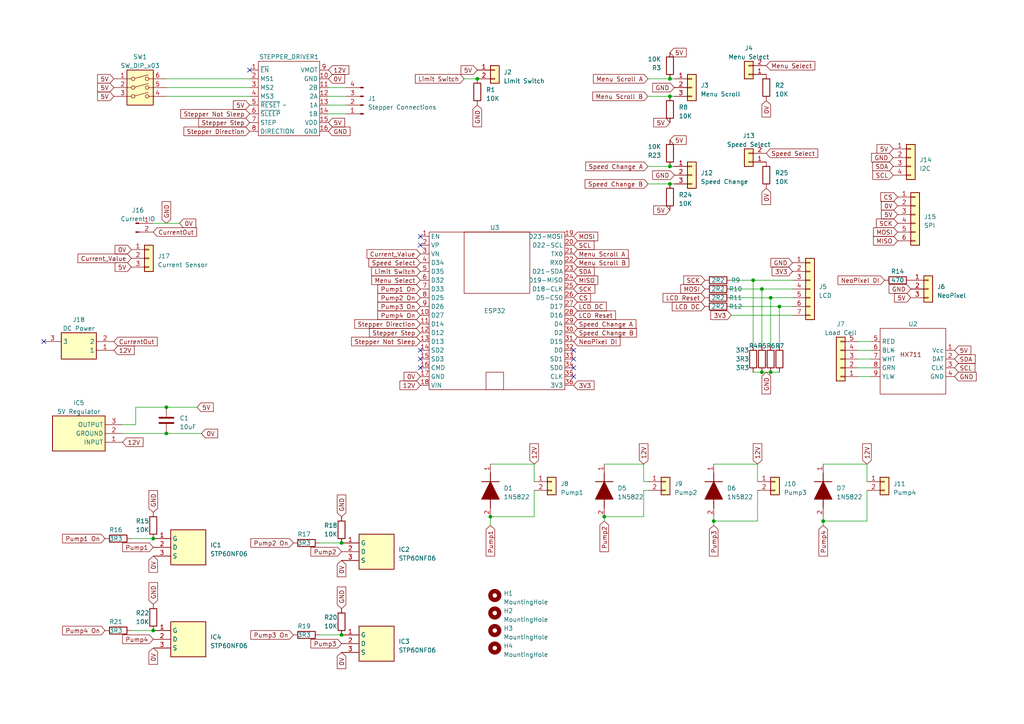
<source format=kicad_sch>
(kicad_sch (version 20230121) (generator eeschema)
  (paper "A4")
  (lib_symbols
    (symbol "A4988:A4988"
      (property "Reference" "STEPPER_DRIVER" (at 1.27 13.97 0))
      (symbol "A4988_1_1"
        (pin input line (at -10.16 10.16 0) (length 2.54) (name "~{EN}") (number "1"))
        (pin power_in line (at 12.7 7.62 180) (length 2.54) (name "GND") (number "10"))
        (pin power_out line (at 12.7 5.08 180) (length 2.54) (name "2B") (number "11"))
        (pin power_out line (at 12.7 2.54 180) (length 2.54) (name "2A") (number "12"))
        (pin power_out line (at 12.7 0 180) (length 2.54) (name "1A") (number "13"))
        (pin power_out line (at 12.7 -2.54 180) (length 2.54) (name "1B") (number "14"))
        (pin power_in line (at 12.7 -5.08 180) (length 2.54) (name "VDD") (number "15"))
        (pin power_in line (at 12.7 -7.62 180) (length 2.54) (name "GND") (number "16"))
        (pin input line (at -10.16 7.62 0) (length 2.54) (name "MS1") (number "2"))
        (pin input line (at -10.16 5.08 0) (length 2.54) (name "MS2") (number "3"))
        (pin input line (at -10.16 2.54 0) (length 2.54) (name "MS3") (number "4"))
        (pin input line (at -10.16 0 0) (length 2.54) (name "~{RESET}") (number "5"))
        (pin input line (at -10.16 -2.54 0) (length 2.54) (name "~{SLEEP}") (number "6"))
        (pin input line (at -10.16 -5.08 0) (length 2.54) (name "STEP") (number "7"))
        (pin input line (at -10.16 -7.62 0) (length 2.54) (name "DIRECTION") (number "8"))
        (pin power_in line (at 12.7 10.16 180) (length 2.54) (name "VMOT") (number "9"))
      )
    )
    (symbol "Connector:Conn_01x02_Pin" (pin_names (offset 1.016) hide)
      (property "Reference" "J" (at 0 2.54 0))
      (property "Value" "Conn_01x02_Pin" (at 0 -5.08 0))
      (symbol "Conn_01x02_Pin_1_1"
        (pin passive line (at 5.08 0 180) (length 3.81) (name "Pin_1") (number "1"))
        (pin passive line (at 5.08 -2.54 180) (length 3.81) (name "Pin_2") (number "2"))
      )
    )
    (symbol "Connector:Conn_01x04_Pin" (pin_names (offset 1.016) hide)
      (property "Reference" "J" (at 0 5.08 0))
      (property "Value" "Conn_01x04_Pin" (at 0 -7.62 0))
      (symbol "Conn_01x04_Pin_1_1"
        (pin passive line (at 5.08 2.54 180) (length 3.81) (name "Pin_1") (number "1"))
        (pin passive line (at 5.08 0 180) (length 3.81) (name "Pin_2") (number "2"))
        (pin passive line (at 5.08 -2.54 180) (length 3.81) (name "Pin_3") (number "3"))
        (pin passive line (at 5.08 -5.08 180) (length 3.81) (name "Pin_4") (number "4"))
      )
    )
    (symbol "Connector_Generic:Conn_01x02" (pin_names (offset 1.016) hide)
      (property "Reference" "J" (at 0 2.54 0))
      (property "Value" "Conn_01x02" (at 0 -5.08 0))
      (symbol "Conn_01x02_1_1"
        (pin passive line (at -5.08 0 0) (length 3.81) (name "Pin_1") (number "1"))
        (pin passive line (at -5.08 -2.54 0) (length 3.81) (name "Pin_2") (number "2"))
      )
    )
    (symbol "Connector_Generic:Conn_01x03" (pin_names (offset 1.016) hide)
      (property "Reference" "J" (at 0 5.08 0))
      (property "Value" "Conn_01x03" (at 0 -5.08 0))
      (symbol "Conn_01x03_1_1"
        (pin passive line (at -5.08 2.54 0) (length 3.81) (name "Pin_1") (number "1"))
        (pin passive line (at -5.08 0 0) (length 3.81) (name "Pin_2") (number "2"))
        (pin passive line (at -5.08 -2.54 0) (length 3.81) (name "Pin_3") (number "3"))
      )
    )
    (symbol "Connector_Generic:Conn_01x04" (pin_names (offset 1.016) hide)
      (property "Reference" "J" (at 0 5.08 0))
      (property "Value" "Conn_01x04" (at 0 -7.62 0))
      (symbol "Conn_01x04_1_1"
        (pin passive line (at -5.08 2.54 0) (length 3.81) (name "Pin_1") (number "1"))
        (pin passive line (at -5.08 0 0) (length 3.81) (name "Pin_2") (number "2"))
        (pin passive line (at -5.08 -2.54 0) (length 3.81) (name "Pin_3") (number "3"))
        (pin passive line (at -5.08 -5.08 0) (length 3.81) (name "Pin_4") (number "4"))
      )
    )
    (symbol "Connector_Generic:Conn_01x05" (pin_names (offset 1.016) hide)
      (property "Reference" "J" (at 0 7.62 0))
      (property "Value" "Conn_01x05" (at 0 -7.62 0))
      (symbol "Conn_01x05_1_1"
        (pin passive line (at -5.08 5.08 0) (length 3.81) (name "Pin_1") (number "1"))
        (pin passive line (at -5.08 2.54 0) (length 3.81) (name "Pin_2") (number "2"))
        (pin passive line (at -5.08 0 0) (length 3.81) (name "Pin_3") (number "3"))
        (pin passive line (at -5.08 -2.54 0) (length 3.81) (name "Pin_4") (number "4"))
        (pin passive line (at -5.08 -5.08 0) (length 3.81) (name "Pin_5") (number "5"))
      )
    )
    (symbol "Connector_Generic:Conn_01x06" (pin_names (offset 1.016) hide)
      (property "Reference" "J" (at 0 7.62 0))
      (property "Value" "Conn_01x06" (at 0 -10.16 0))
      (symbol "Conn_01x06_1_1"
        (pin passive line (at -5.08 5.08 0) (length 3.81) (name "Pin_1") (number "1"))
        (pin passive line (at -5.08 2.54 0) (length 3.81) (name "Pin_2") (number "2"))
        (pin passive line (at -5.08 0 0) (length 3.81) (name "Pin_3") (number "3"))
        (pin passive line (at -5.08 -2.54 0) (length 3.81) (name "Pin_4") (number "4"))
        (pin passive line (at -5.08 -5.08 0) (length 3.81) (name "Pin_5") (number "5"))
        (pin passive line (at -5.08 -7.62 0) (length 3.81) (name "Pin_6") (number "6"))
      )
    )
    (symbol "Connector_Generic:Conn_01x07" (pin_names (offset 1.016) hide)
      (property "Reference" "J" (at 0 10.16 0))
      (property "Value" "Conn_01x07" (at 0 -10.16 0))
      (symbol "Conn_01x07_1_1"
        (pin passive line (at -5.08 7.62 0) (length 3.81) (name "Pin_1") (number "1"))
        (pin passive line (at -5.08 5.08 0) (length 3.81) (name "Pin_2") (number "2"))
        (pin passive line (at -5.08 2.54 0) (length 3.81) (name "Pin_3") (number "3"))
        (pin passive line (at -5.08 0 0) (length 3.81) (name "Pin_4") (number "4"))
        (pin passive line (at -5.08 -2.54 0) (length 3.81) (name "Pin_5") (number "5"))
        (pin passive line (at -5.08 -5.08 0) (length 3.81) (name "Pin_6") (number "6"))
        (pin passive line (at -5.08 -7.62 0) (length 3.81) (name "Pin_7") (number "7"))
      )
    )
    (symbol "Device:C" (pin_numbers hide) (pin_names (offset 0.254))
      (property "Reference" "C" (at 0.635 2.54 0))
      (property "Value" "C" (at 0.635 -2.54 0))
      (symbol "C_1_1"
        (pin passive line (at 0 3.81 270) (length 2.794) (name "~") (number "1"))
        (pin passive line (at 0 -3.81 90) (length 2.794) (name "~") (number "2"))
      )
    )
    (symbol "Device:R" (pin_numbers hide) (pin_names (offset 0))
      (property "Reference" "R" (at 2.032 0 90))
      (property "Value" "R" (at 0 0 90))
      (symbol "R_1_1"
        (pin passive line (at 0 3.81 270) (length 1.27) (name "~") (number "1"))
        (pin passive line (at 0 -3.81 90) (length 1.27) (name "~") (number "2"))
      )
    )
    (symbol "HX711_symbol:HX711_symb"
      (property "Reference" "U" (at 5.08 2.54 0))
      (symbol "HX711_symb_1_1"
        (text "HX711\n" (at 5.08 -1.27 0) (effects (font (size 1.27 1.27))))
        (pin input line (at 17.78 0 180) (length 2.54) (name "Vcc") (number "1"))
        (pin input line (at 17.78 -2.54 180) (length 2.54) (name "DAT") (number "2"))
        (pin input line (at 17.78 -5.08 180) (length 2.54) (name "CLK") (number "3"))
        (pin input line (at 17.78 -7.62 180) (length 2.54) (name "GND") (number "4"))
        (pin input line (at -6.35 2.54 0) (length 2.54) (name "RED") (number "5"))
        (pin input line (at -6.35 0 0) (length 2.54) (name "BLK") (number "6"))
        (pin input line (at -6.35 -2.54 0) (length 2.54) (name "WHT") (number "7"))
        (pin input line (at -6.35 -5.08 0) (length 2.54) (name "GRN") (number "8"))
        (pin input line (at -6.35 -7.62 0) (length 2.54) (name "YLW") (number "9"))
      )
    )
    (symbol "Mechanical:MountingHole" (pin_names (offset 1.016))
      (property "Reference" "H" (at 0 5.08 0))
      (property "Value" "MountingHole" (at 0 3.175 0))
    )
    (symbol "Microcontrollers:DOIT_ESP32_DEVKIT"
      (property "Reference" "U" (at 0 0 0))
      (symbol "DOIT_ESP32_DEVKIT_1_1"
        (pin input line (at -21.59 21.59 0) (length 2.54) (name "EN") (number "1"))
        (pin input line (at -21.59 -1.27 0) (length 2.54) (name "D27") (number "10"))
        (pin input line (at -21.59 -3.81 0) (length 2.54) (name "D14") (number "11"))
        (pin input line (at -21.59 -6.35 0) (length 2.54) (name "D12") (number "12"))
        (pin input line (at -21.59 -8.89 0) (length 2.54) (name "D13") (number "13"))
        (pin input line (at -21.59 -11.43 0) (length 2.54) (name "SD2") (number "14"))
        (pin input line (at -21.59 -13.97 0) (length 2.54) (name "SD3") (number "15"))
        (pin input line (at -21.59 -16.51 0) (length 2.54) (name "CMD") (number "16"))
        (pin bidirectional line (at -21.59 -19.05 0) (length 2.54) (name "GND") (number "17"))
        (pin power_in line (at -21.59 -21.59 0) (length 2.54) (name "VIN") (number "18"))
        (pin input line (at 22.86 21.59 180) (length 2.54) (name "D23-MOSI") (number "19"))
        (pin input line (at -21.59 19.05 0) (length 2.54) (name "VP") (number "2"))
        (pin input line (at 22.86 19.05 180) (length 2.54) (name "D22-SCL") (number "20"))
        (pin input line (at 22.86 16.51 180) (length 2.54) (name "TX0") (number "21"))
        (pin input line (at 22.86 13.97 180) (length 2.54) (name "RX0") (number "22"))
        (pin input line (at 22.86 11.43 180) (length 2.54) (name "D21-SDA") (number "23"))
        (pin input line (at 22.86 8.89 180) (length 2.54) (name "D19-MISO") (number "24"))
        (pin input line (at 22.86 6.35 180) (length 2.54) (name "D18-CLK") (number "25"))
        (pin input line (at 22.86 3.81 180) (length 2.54) (name "D5-CS0") (number "26"))
        (pin input line (at 22.86 1.27 180) (length 2.54) (name "D17") (number "27"))
        (pin input line (at 22.86 -1.27 180) (length 2.54) (name "D16") (number "28"))
        (pin input line (at 22.86 -3.81 180) (length 2.54) (name "D4") (number "29"))
        (pin input line (at -21.59 16.51 0) (length 2.54) (name "VN") (number "3"))
        (pin input line (at 22.86 -6.35 180) (length 2.54) (name "D2") (number "30"))
        (pin input line (at 22.86 -8.89 180) (length 2.54) (name "D15") (number "31"))
        (pin input line (at 22.86 -11.43 180) (length 2.54) (name "D0") (number "32"))
        (pin input line (at 22.86 -13.97 180) (length 2.54) (name "SD1") (number "33"))
        (pin input line (at 22.86 -16.51 180) (length 2.54) (name "SD0") (number "34"))
        (pin input line (at 22.86 -19.05 180) (length 2.54) (name "CLK") (number "35"))
        (pin power_out line (at 22.86 -21.59 180) (length 2.54) (name "3V3") (number "36"))
        (pin input line (at -21.59 13.97 0) (length 2.54) (name "D34") (number "4"))
        (pin input line (at -21.59 11.43 0) (length 2.54) (name "D35") (number "5"))
        (pin input line (at -21.59 8.89 0) (length 2.54) (name "D32") (number "6"))
        (pin input line (at -21.59 6.35 0) (length 2.54) (name "D33") (number "7"))
        (pin input line (at -21.59 3.81 0) (length 2.54) (name "D25") (number "8"))
        (pin input line (at -21.59 1.27 0) (length 2.54) (name "D26") (number "9"))
      )
    )
    (symbol "SamacSys_Parts:1N5822" (pin_names hide)
      (property "Reference" "D" (at 11.43 5.08 0))
      (property "Value" "1N5822" (at 11.43 2.54 0))
      (symbol "1N5822_1_1"
        (pin passive line (at 0 0 0) (length 2.54) (name "K") (number "1"))
        (pin passive line (at 15.24 0 180) (length 2.54) (name "A") (number "2"))
      )
    )
    (symbol "SamacSys_Parts:LM340T-5.0"
      (property "Reference" "IC" (at 21.59 7.62 0))
      (property "Value" "LM340T-5.0" (at 21.59 5.08 0))
      (symbol "LM340T-5.0_1_1"
        (pin passive line (at 0 0 0) (length 5.08) (name "INPUT") (number "1"))
        (pin passive line (at 0 -2.54 0) (length 5.08) (name "GROUND") (number "2"))
        (pin passive line (at 0 -5.08 0) (length 5.08) (name "OUTPUT") (number "3"))
      )
    )
    (symbol "SamacSys_Parts:PJ-102AH"
      (property "Reference" "J" (at 16.51 7.62 0))
      (property "Value" "PJ-102AH" (at 16.51 5.08 0))
      (symbol "PJ-102AH_1_1"
        (pin passive line (at 20.32 -2.54 180) (length 5.08) (name "1") (number "1"))
        (pin passive line (at 20.32 0 180) (length 5.08) (name "2") (number "2"))
        (pin passive line (at 0 0 0) (length 5.08) (name "3") (number "3"))
      )
    )
    (symbol "SamacSys_Parts:STP60NF06"
      (property "Reference" "IC" (at 16.51 7.62 0))
      (property "Value" "STP60NF06" (at 16.51 5.08 0))
      (symbol "STP60NF06_1_1"
        (pin passive line (at 0 0 0) (length 5.08) (name "G") (number "1"))
        (pin passive line (at 0 -2.54 0) (length 5.08) (name "D") (number "2"))
        (pin passive line (at 0 -5.08 0) (length 5.08) (name "S") (number "3"))
      )
    )
    (symbol "Switch:SW_DIP_x03" (pin_names (offset 0) hide)
      (property "Reference" "SW" (at 0 8.89 0))
      (property "Value" "SW_DIP_x03" (at 0 -3.81 0))
      (symbol "SW_DIP_x03_1_1"
        (pin passive line (at -7.62 5.08 0) (length 5.08) (name "~") (number "1"))
        (pin passive line (at -7.62 2.54 0) (length 5.08) (name "~") (number "2"))
        (pin passive line (at -7.62 0 0) (length 5.08) (name "~") (number "3"))
        (pin passive line (at 7.62 0 180) (length 5.08) (name "~") (number "4"))
        (pin passive line (at 7.62 2.54 180) (length 5.08) (name "~") (number "5"))
        (pin passive line (at 7.62 5.08 180) (length 5.08) (name "~") (number "6"))
      )
    )
  )
  (junction (at 194.31 48.26))
  (junction (at 99.06 184.15))
  (junction (at 194.31 53.34))
  (junction (at 48.26 125.73))
  (junction (at 44.45 156.21))
  (junction (at 99.06 157.48))
  (junction (at 44.45 182.88))
  (junction (at 194.31 27.94))
  (junction (at 223.52 107.95))
  (junction (at 220.98 83.82))
  (junction (at 220.98 107.95))
  (junction (at 223.52 86.36))
  (junction (at 226.06 88.9))
  (junction (at 48.26 118.11))
  (junction (at 207.01 151.13))
  (junction (at 138.43 22.86))
  (junction (at 238.76 151.13))
  (junction (at 218.44 81.28))
  (junction (at 142.24 149.86))
  (junction (at 194.31 22.86))
  (junction (at 175.26 149.86))
  (no_connect (at 166.37 106.68))
  (no_connect (at 121.92 101.6))
  (no_connect (at 166.37 109.22))
  (no_connect (at 121.92 68.58))
  (no_connect (at 12.7 99.06))
  (no_connect (at 166.37 101.6))
  (no_connect (at 121.92 106.68))
  (no_connect (at 121.92 71.12))
  (no_connect (at 166.37 104.14))
  (no_connect (at 72.39 20.32))
  (no_connect (at 121.92 104.14))
  (wire (pts (xy 142.24 152.4) (xy 142.24 149.86)))
  (wire (pts (xy 142.24 134.62) (xy 154.94 134.62)))
  (wire (pts (xy 48.26 125.73) (xy 58.42 125.73)))
  (wire (pts (xy 38.1 182.88) (xy 44.45 182.88)))
  (wire (pts (xy 48.26 27.94) (xy 72.39 27.94)))
  (wire (pts (xy 238.76 134.62) (xy 251.46 134.62)))
  (wire (pts (xy 134.62 22.86) (xy 138.43 22.86)))
  (wire (pts (xy 39.37 118.11) (xy 39.37 123.19)))
  (wire (pts (xy 92.71 157.48) (xy 99.06 157.48)))
  (wire (pts (xy 248.92 101.6) (xy 252.73 101.6)))
  (wire (pts (xy 251.46 134.62) (xy 251.46 139.7)))
  (wire (pts (xy 175.26 151.13) (xy 175.26 149.86)))
  (wire (pts (xy 251.46 142.24) (xy 251.46 151.13)))
  (wire (pts (xy 212.09 83.82) (xy 220.98 83.82)))
  (wire (pts (xy 248.92 106.68) (xy 252.73 106.68)))
  (wire (pts (xy 187.96 27.94) (xy 194.31 27.94)))
  (wire (pts (xy 212.09 88.9) (xy 226.06 88.9)))
  (wire (pts (xy 194.31 22.86) (xy 195.58 22.86)))
  (wire (pts (xy 207.01 152.4) (xy 207.01 151.13)))
  (wire (pts (xy 186.69 142.24) (xy 187.96 142.24)))
  (wire (pts (xy 194.31 48.26) (xy 195.58 48.26)))
  (wire (pts (xy 142.24 149.86) (xy 154.94 149.86)))
  (wire (pts (xy 154.94 142.24) (xy 154.94 149.86)))
  (wire (pts (xy 175.26 134.62) (xy 186.69 134.62)))
  (wire (pts (xy 223.52 107.95) (xy 226.06 107.95)))
  (wire (pts (xy 186.69 149.86) (xy 175.26 149.86)))
  (wire (pts (xy 186.69 134.62) (xy 186.69 139.7)))
  (wire (pts (xy 219.71 134.62) (xy 219.71 139.7)))
  (wire (pts (xy 248.92 104.14) (xy 252.73 104.14)))
  (wire (pts (xy 194.31 53.34) (xy 195.58 53.34)))
  (wire (pts (xy 207.01 134.62) (xy 219.71 134.62)))
  (wire (pts (xy 218.44 107.95) (xy 220.98 107.95)))
  (wire (pts (xy 95.25 25.4) (xy 100.33 25.4)))
  (wire (pts (xy 207.01 151.13) (xy 207.01 149.86)))
  (wire (pts (xy 248.92 99.06) (xy 252.73 99.06)))
  (wire (pts (xy 223.52 86.36) (xy 223.52 100.33)))
  (wire (pts (xy 219.71 151.13) (xy 207.01 151.13)))
  (wire (pts (xy 220.98 83.82) (xy 229.87 83.82)))
  (wire (pts (xy 154.94 134.62) (xy 154.94 139.7)))
  (wire (pts (xy 187.96 22.86) (xy 194.31 22.86)))
  (wire (pts (xy 187.96 48.26) (xy 194.31 48.26)))
  (wire (pts (xy 39.37 123.19) (xy 35.56 123.19)))
  (wire (pts (xy 38.1 156.21) (xy 44.45 156.21)))
  (wire (pts (xy 92.71 184.15) (xy 99.06 184.15)))
  (wire (pts (xy 226.06 88.9) (xy 226.06 100.33)))
  (wire (pts (xy 238.76 151.13) (xy 238.76 149.86)))
  (wire (pts (xy 194.31 27.94) (xy 195.58 27.94)))
  (wire (pts (xy 248.92 109.22) (xy 252.73 109.22)))
  (wire (pts (xy 223.52 86.36) (xy 229.87 86.36)))
  (wire (pts (xy 220.98 107.95) (xy 223.52 107.95)))
  (wire (pts (xy 218.44 81.28) (xy 218.44 100.33)))
  (wire (pts (xy 95.25 33.02) (xy 100.33 33.02)))
  (wire (pts (xy 39.37 118.11) (xy 48.26 118.11)))
  (wire (pts (xy 48.26 118.11) (xy 57.15 118.11)))
  (wire (pts (xy 212.09 86.36) (xy 223.52 86.36)))
  (wire (pts (xy 218.44 81.28) (xy 229.87 81.28)))
  (wire (pts (xy 251.46 151.13) (xy 238.76 151.13)))
  (wire (pts (xy 226.06 88.9) (xy 229.87 88.9)))
  (wire (pts (xy 220.98 83.82) (xy 220.98 100.33)))
  (wire (pts (xy 238.76 152.4) (xy 238.76 151.13)))
  (wire (pts (xy 52.07 64.77) (xy 44.45 64.77)))
  (wire (pts (xy 48.26 22.86) (xy 72.39 22.86)))
  (wire (pts (xy 187.96 53.34) (xy 194.31 53.34)))
  (wire (pts (xy 95.25 30.48) (xy 100.33 30.48)))
  (wire (pts (xy 35.56 125.73) (xy 48.26 125.73)))
  (wire (pts (xy 186.69 139.7) (xy 187.96 139.7)))
  (wire (pts (xy 186.69 142.24) (xy 186.69 149.86)))
  (wire (pts (xy 219.71 142.24) (xy 219.71 151.13)))
  (wire (pts (xy 212.09 81.28) (xy 218.44 81.28)))
  (wire (pts (xy 48.26 25.4) (xy 72.39 25.4)))
  (wire (pts (xy 95.25 27.94) (xy 100.33 27.94)))
  (wire (pts (xy 212.09 91.44) (xy 229.87 91.44)))
  (global_label "SDA" (shape input) (at 166.37 78.74 0) (property "Intersheetrefs" "${INTERSHEET_REFS}" (effects hide)))
  (global_label "Menu Scroll A" (shape input) (at 166.37 73.66 0) (property "Intersheetrefs" "${INTERSHEET_REFS}" (effects hide)))
  (global_label "12V" (shape input) (at 121.92 111.76 180) (property "Intersheetrefs" "${INTERSHEET_REFS}" (effects hide)))
  (global_label "12V" (shape input) (at 219.71 134.62 90) (property "Intersheetrefs" "${INTERSHEET_REFS}" (effects hide)))
  (global_label "Pump4" (shape input) (at 44.45 185.42 180) (property "Intersheetrefs" "${INTERSHEET_REFS}" (effects hide)))
  (global_label "CS" (shape input) (at 260.35 57.15 180) (property "Intersheetrefs" "${INTERSHEET_REFS}" (effects hide)))
  (global_label "Stepper Direction" (shape input) (at 72.39 38.1 180) (property "Intersheetrefs" "${INTERSHEET_REFS}" (effects hide)))
  (global_label "Pump3 On" (shape input) (at 85.09 184.15 180) (property "Intersheetrefs" "${INTERSHEET_REFS}" (effects hide)))
  (global_label "3V3" (shape input) (at 229.87 78.74 180) (property "Intersheetrefs" "${INTERSHEET_REFS}" (effects hide)))
  (global_label "Pump2" (shape input) (at 175.26 151.13 270) (property "Intersheetrefs" "${INTERSHEET_REFS}" (effects hide)))
  (global_label "12V" (shape input) (at 251.46 134.62 90) (property "Intersheetrefs" "${INTERSHEET_REFS}" (effects hide)))
  (global_label "SCK" (shape input) (at 260.35 64.77 180) (property "Intersheetrefs" "${INTERSHEET_REFS}" (effects hide)))
  (global_label "GND" (shape input) (at 99.06 149.86 90) (property "Intersheetrefs" "${INTERSHEET_REFS}" (effects hide)))
  (global_label "Stepper Direction" (shape input) (at 121.92 93.98 180) (property "Intersheetrefs" "${INTERSHEET_REFS}" (effects hide)))
  (global_label "Limit Switch" (shape input) (at 121.92 78.74 180) (property "Intersheetrefs" "${INTERSHEET_REFS}" (effects hide)))
  (global_label "5V" (shape input) (at 95.25 35.56 0) (property "Intersheetrefs" "${INTERSHEET_REFS}" (effects hide)))
  (global_label "5V" (shape input) (at 194.31 15.24 0) (property "Intersheetrefs" "${INTERSHEET_REFS}" (effects hide)))
  (global_label "Speed Select" (shape input) (at 222.25 44.45 0) (property "Intersheetrefs" "${INTERSHEET_REFS}" (effects hide)))
  (global_label "3V3" (shape input) (at 212.09 91.44 180) (property "Intersheetrefs" "${INTERSHEET_REFS}" (effects hide)))
  (global_label "5V" (shape input) (at 138.43 20.32 180) (property "Intersheetrefs" "${INTERSHEET_REFS}" (effects hide)))
  (global_label "SCL" (shape input) (at 276.86 106.68 0) (property "Intersheetrefs" "${INTERSHEET_REFS}" (effects hide)))
  (global_label "MOSI" (shape input) (at 204.47 83.82 180) (property "Intersheetrefs" "${INTERSHEET_REFS}" (effects hide)))
  (global_label "GND" (shape input) (at 195.58 25.4 180) (property "Intersheetrefs" "${INTERSHEET_REFS}" (effects hide)))
  (global_label "CurrentOut" (shape input) (at 33.02 99.06 0) (property "Intersheetrefs" "${INTERSHEET_REFS}" (effects hide)))
  (global_label "Menu Select" (shape input) (at 222.25 19.05 0) (property "Intersheetrefs" "${INTERSHEET_REFS}" (effects hide)))
  (global_label "5V" (shape input) (at 33.02 27.94 180) (property "Intersheetrefs" "${INTERSHEET_REFS}" (effects hide)))
  (global_label "0V" (shape input) (at 99.06 189.23 270) (property "Intersheetrefs" "${INTERSHEET_REFS}" (effects hide)))
  (global_label "0V" (shape input) (at 260.35 59.69 180) (property "Intersheetrefs" "${INTERSHEET_REFS}" (effects hide)))
  (global_label "5V" (shape input) (at 259.08 43.18 180) (property "Intersheetrefs" "${INTERSHEET_REFS}" (effects hide)))
  (global_label "GND" (shape input) (at 95.25 38.1 0) (property "Intersheetrefs" "${INTERSHEET_REFS}" (effects hide)))
  (global_label "Pump3 On" (shape input) (at 121.92 88.9 180) (property "Intersheetrefs" "${INTERSHEET_REFS}" (effects hide)))
  (global_label "5V" (shape input) (at 194.31 35.56 180) (property "Intersheetrefs" "${INTERSHEET_REFS}" (effects hide)))
  (global_label "Speed Change A" (shape input) (at 187.96 48.26 180) (property "Intersheetrefs" "${INTERSHEET_REFS}" (effects hide)))
  (global_label "Pump1" (shape input) (at 44.45 158.75 180) (property "Intersheetrefs" "${INTERSHEET_REFS}" (effects hide)))
  (global_label "5V" (shape input) (at 264.16 86.36 180) (property "Intersheetrefs" "${INTERSHEET_REFS}" (effects hide)))
  (global_label "Pump1 On" (shape input) (at 30.48 156.21 180) (property "Intersheetrefs" "${INTERSHEET_REFS}" (effects hide)))
  (global_label "5V" (shape input) (at 260.35 62.23 180) (property "Intersheetrefs" "${INTERSHEET_REFS}" (effects hide)))
  (global_label "GND" (shape input) (at 264.16 83.82 180) (property "Intersheetrefs" "${INTERSHEET_REFS}" (effects hide)))
  (global_label "LCD DC" (shape input) (at 166.37 88.9 0) (property "Intersheetrefs" "${INTERSHEET_REFS}" (effects hide)))
  (global_label "12V" (shape input) (at 186.69 134.62 90) (property "Intersheetrefs" "${INTERSHEET_REFS}" (effects hide)))
  (global_label "Speed Select" (shape input) (at 121.92 76.2 180) (property "Intersheetrefs" "${INTERSHEET_REFS}" (effects hide)))
  (global_label "12V" (shape input) (at 35.56 128.27 0) (property "Intersheetrefs" "${INTERSHEET_REFS}" (effects hide)))
  (global_label "Pump2 On" (shape input) (at 85.09 157.48 180) (property "Intersheetrefs" "${INTERSHEET_REFS}" (effects hide)))
  (global_label "Pump4 On" (shape input) (at 121.92 91.44 180) (property "Intersheetrefs" "${INTERSHEET_REFS}" (effects hide)))
  (global_label "5V" (shape input) (at 276.86 101.6 0) (property "Intersheetrefs" "${INTERSHEET_REFS}" (effects hide)))
  (global_label "5V" (shape input) (at 33.02 25.4 180) (property "Intersheetrefs" "${INTERSHEET_REFS}" (effects hide)))
  (global_label "5V" (shape input) (at 33.02 22.86 180) (property "Intersheetrefs" "${INTERSHEET_REFS}" (effects hide)))
  (global_label "LCD DC" (shape input) (at 204.47 88.9 180) (property "Intersheetrefs" "${INTERSHEET_REFS}" (effects hide)))
  (global_label "Current_Value" (shape input) (at 121.92 73.66 180) (property "Intersheetrefs" "${INTERSHEET_REFS}" (effects hide)))
  (global_label "5V" (shape input) (at 194.31 40.64 0) (property "Intersheetrefs" "${INTERSHEET_REFS}" (effects hide)))
  (global_label "SCK" (shape input) (at 166.37 83.82 0) (property "Intersheetrefs" "${INTERSHEET_REFS}" (effects hide)))
  (global_label "Stepper Not Sleep" (shape input) (at 121.92 99.06 180) (property "Intersheetrefs" "${INTERSHEET_REFS}" (effects hide)))
  (global_label "SCL" (shape input) (at 259.08 50.8 180) (property "Intersheetrefs" "${INTERSHEET_REFS}" (effects hide)))
  (global_label "0V" (shape input) (at 44.45 161.29 270) (property "Intersheetrefs" "${INTERSHEET_REFS}" (effects hide)))
  (global_label "GND" (shape input) (at 222.25 107.95 270) (property "Intersheetrefs" "${INTERSHEET_REFS}" (effects hide)))
  (global_label "MISO" (shape input) (at 260.35 69.85 180) (property "Intersheetrefs" "${INTERSHEET_REFS}" (effects hide)))
  (global_label "0V" (shape input) (at 58.42 125.73 0) (property "Intersheetrefs" "${INTERSHEET_REFS}" (effects hide)))
  (global_label "0V" (shape input) (at 121.92 109.22 180) (property "Intersheetrefs" "${INTERSHEET_REFS}" (effects hide)))
  (global_label "Speed Change B" (shape input) (at 187.96 53.34 180) (property "Intersheetrefs" "${INTERSHEET_REFS}" (effects hide)))
  (global_label "LCD Reset" (shape input) (at 166.37 91.44 0) (property "Intersheetrefs" "${INTERSHEET_REFS}" (effects hide)))
  (global_label "SCK" (shape input) (at 204.47 81.28 180) (property "Intersheetrefs" "${INTERSHEET_REFS}" (effects hide)))
  (global_label "0V" (shape input) (at 222.25 29.21 270) (property "Intersheetrefs" "${INTERSHEET_REFS}" (effects hide)))
  (global_label "Menu Scroll B" (shape input) (at 166.37 76.2 0) (property "Intersheetrefs" "${INTERSHEET_REFS}" (effects hide)))
  (global_label "CS" (shape input) (at 166.37 86.36 0) (property "Intersheetrefs" "${INTERSHEET_REFS}" (effects hide)))
  (global_label "Stepper Step" (shape input) (at 121.92 96.52 180) (property "Intersheetrefs" "${INTERSHEET_REFS}" (effects hide)))
  (global_label "Limit Switch" (shape input) (at 134.62 22.86 180) (property "Intersheetrefs" "${INTERSHEET_REFS}" (effects hide)))
  (global_label "GND" (shape input) (at 195.58 50.8 180) (property "Intersheetrefs" "${INTERSHEET_REFS}" (effects hide)))
  (global_label "Current_Value" (shape input) (at 38.1 74.93 180) (property "Intersheetrefs" "${INTERSHEET_REFS}" (effects hide)))
  (global_label "3V3" (shape input) (at 166.37 111.76 0) (property "Intersheetrefs" "${INTERSHEET_REFS}" (effects hide)))
  (global_label "0V" (shape input) (at 38.1 72.39 180) (property "Intersheetrefs" "${INTERSHEET_REFS}" (effects hide)))
  (global_label "Speed Change A" (shape input) (at 166.37 93.98 0) (property "Intersheetrefs" "${INTERSHEET_REFS}" (effects hide)))
  (global_label "CurrentOut" (shape input) (at 44.45 67.31 0) (property "Intersheetrefs" "${INTERSHEET_REFS}" (effects hide)))
  (global_label "Pump3" (shape input) (at 99.06 186.69 180) (property "Intersheetrefs" "${INTERSHEET_REFS}" (effects hide)))
  (global_label "0V" (shape input) (at 99.06 162.56 270) (property "Intersheetrefs" "${INTERSHEET_REFS}" (effects hide)))
  (global_label "5V" (shape input) (at 57.15 118.11 0) (property "Intersheetrefs" "${INTERSHEET_REFS}" (effects hide)))
  (global_label "GND" (shape input) (at 48.26 64.77 90) (property "Intersheetrefs" "${INTERSHEET_REFS}" (effects hide)))
  (global_label "Pump4 On" (shape input) (at 30.48 182.88 180) (property "Intersheetrefs" "${INTERSHEET_REFS}" (effects hide)))
  (global_label "GND" (shape input) (at 138.43 30.48 270) (property "Intersheetrefs" "${INTERSHEET_REFS}" (effects hide)))
  (global_label "12V" (shape input) (at 33.02 101.6 0) (property "Intersheetrefs" "${INTERSHEET_REFS}" (effects hide)))
  (global_label "GND" (shape input) (at 229.87 76.2 180) (property "Intersheetrefs" "${INTERSHEET_REFS}" (effects hide)))
  (global_label "12V" (shape input) (at 154.94 134.62 90) (property "Intersheetrefs" "${INTERSHEET_REFS}" (effects hide)))
  (global_label "GND" (shape input) (at 44.45 175.26 90) (property "Intersheetrefs" "${INTERSHEET_REFS}" (effects hide)))
  (global_label "Pump3" (shape input) (at 207.01 152.4 270) (property "Intersheetrefs" "${INTERSHEET_REFS}" (effects hide)))
  (global_label "Pump2 On" (shape input) (at 121.92 86.36 180) (property "Intersheetrefs" "${INTERSHEET_REFS}" (effects hide)))
  (global_label "Pump1 On" (shape input) (at 121.92 83.82 180) (property "Intersheetrefs" "${INTERSHEET_REFS}" (effects hide)))
  (global_label "0V" (shape input) (at 44.45 187.96 270) (property "Intersheetrefs" "${INTERSHEET_REFS}" (effects hide)))
  (global_label "Speed Change B" (shape input) (at 166.37 96.52 0) (property "Intersheetrefs" "${INTERSHEET_REFS}" (effects hide)))
  (global_label "Pump2" (shape input) (at 99.06 160.02 180) (property "Intersheetrefs" "${INTERSHEET_REFS}" (effects hide)))
  (global_label "NeoPixel DI" (shape input) (at 166.37 99.06 0) (property "Intersheetrefs" "${INTERSHEET_REFS}" (effects hide)))
  (global_label "Pump4" (shape input) (at 238.76 152.4 270) (property "Intersheetrefs" "${INTERSHEET_REFS}" (effects hide)))
  (global_label "SDA" (shape input) (at 276.86 104.14 0) (property "Intersheetrefs" "${INTERSHEET_REFS}" (effects hide)))
  (global_label "GND" (shape input) (at 44.45 148.59 90) (property "Intersheetrefs" "${INTERSHEET_REFS}" (effects hide)))
  (global_label "5V" (shape input) (at 72.39 30.48 180) (property "Intersheetrefs" "${INTERSHEET_REFS}" (effects hide)))
  (global_label "SCL" (shape input) (at 166.37 71.12 0) (property "Intersheetrefs" "${INTERSHEET_REFS}" (effects hide)))
  (global_label "Stepper Not Sleep" (shape input) (at 72.39 33.02 180) (property "Intersheetrefs" "${INTERSHEET_REFS}" (effects hide)))
  (global_label "GND" (shape input) (at 99.06 176.53 90) (property "Intersheetrefs" "${INTERSHEET_REFS}" (effects hide)))
  (global_label "0V" (shape input) (at 95.25 22.86 0) (property "Intersheetrefs" "${INTERSHEET_REFS}" (effects hide)))
  (global_label "MOSI" (shape input) (at 260.35 67.31 180) (property "Intersheetrefs" "${INTERSHEET_REFS}" (effects hide)))
  (global_label "MISO" (shape input) (at 166.37 81.28 0) (property "Intersheetrefs" "${INTERSHEET_REFS}" (effects hide)))
  (global_label "LCD Reset" (shape input) (at 204.47 86.36 180) (property "Intersheetrefs" "${INTERSHEET_REFS}" (effects hide)))
  (global_label "GND" (shape input) (at 259.08 45.72 180) (property "Intersheetrefs" "${INTERSHEET_REFS}" (effects hide)))
  (global_label "5V" (shape input) (at 194.31 60.96 180) (property "Intersheetrefs" "${INTERSHEET_REFS}" (effects hide)))
  (global_label "0V" (shape input) (at 222.25 54.61 270) (property "Intersheetrefs" "${INTERSHEET_REFS}" (effects hide)))
  (global_label "Stepper Step" (shape input) (at 72.39 35.56 180) (property "Intersheetrefs" "${INTERSHEET_REFS}" (effects hide)))
  (global_label "Menu Scroll B" (shape input) (at 187.96 27.94 180) (property "Intersheetrefs" "${INTERSHEET_REFS}" (effects hide)))
  (global_label "0V" (shape input) (at 52.07 64.77 0) (property "Intersheetrefs" "${INTERSHEET_REFS}" (effects hide)))
  (global_label "Pump1" (shape input) (at 142.24 152.4 270) (property "Intersheetrefs" "${INTERSHEET_REFS}" (effects hide)))
  (global_label "5V" (shape input) (at 38.1 77.47 180) (property "Intersheetrefs" "${INTERSHEET_REFS}" (effects hide)))
  (global_label "Menu Scroll A" (shape input) (at 187.96 22.86 180) (property "Intersheetrefs" "${INTERSHEET_REFS}" (effects hide)))
  (global_label "GND" (shape input) (at 276.86 109.22 0) (property "Intersheetrefs" "${INTERSHEET_REFS}" (effects hide)))
  (global_label "12V" (shape input) (at 95.25 20.32 0) (property "Intersheetrefs" "${INTERSHEET_REFS}" (effects hide)))
  (global_label "MOSI" (shape input) (at 166.37 68.58 0) (property "Intersheetrefs" "${INTERSHEET_REFS}" (effects hide)))
  (global_label "SDA" (shape input) (at 259.08 48.26 180) (property "Intersheetrefs" "${INTERSHEET_REFS}" (effects hide)))
  (global_label "Menu Select" (shape input) (at 121.92 81.28 180) (property "Intersheetrefs" "${INTERSHEET_REFS}" (effects hide)))
  (global_label "NeoPixel DI" (shape input) (at 256.54 81.28 180) (property "Intersheetrefs" "${INTERSHEET_REFS}" (effects hide)))
  (symbol (lib_id "Mechanical:MountingHole") (at 143.51 182.88 0) (unit 1)
    (property "Reference" "H3" (at 146.05 182.245 0) (effects (justify left)))
    (property "Value" "MountingHole" (at 146.05 184.785 0) (effects (justify left)))
    (property "Footprint" "MountingHole:MountingHole_3.5mm_Pad" (effects hide))
  )
  (symbol (lib_id "Connector:Conn_01x04_Pin") (at 105.41 30.48 180) (unit 1)
    (property "Reference" "J1" (at 106.68 28.575 0) (effects (justify right)))
    (property "Value" "Stepper Connections" (at 106.68 31.115 0) (effects (justify right)))
    (property "Footprint" "Connector_PinHeader_2.54mm:PinHeader_1x04_P2.54mm_Vertical" (effects hide))
  )
  (symbol (lib_id "Device:R") (at 208.28 83.82 90) (unit 1)
    (property "Reference" "R10" (at 213.36 83.82 90))
    (property "Value" "2R2" (at 208.28 83.82 90))
    (property "Footprint" "Resistor_SMD:R_0805_2012Metric_Pad1.20x1.40mm_HandSolder" (effects hide))
  )
  (symbol (lib_id "Device:R") (at 88.9 184.15 90) (unit 1)
    (property "Reference" "R19" (at 90.17 181.61 90) (effects (justify left)))
    (property "Value" "3R3" (at 90.17 184.15 90) (effects (justify left)))
    (property "Footprint" "Resistor_SMD:R_0805_2012Metric_Pad1.20x1.40mm_HandSolder" (effects hide))
  )
  (symbol (lib_id "Device:R") (at 220.98 104.14 0) (unit 1)
    (property "Reference" "R5" (at 219.71 100.33 0) (effects (justify left)))
    (property "Value" "3R3" (at 213.36 104.14 0) (effects (justify left)))
    (property "Footprint" "Resistor_SMD:R_0805_2012Metric_Pad1.20x1.40mm_HandSolder" (effects hide))
  )
  (symbol (lib_id "Connector_Generic:Conn_01x02") (at 224.79 139.7 0) (unit 1)
    (property "Reference" "J10" (at 227.33 140.335 0) (effects (justify left)))
    (property "Value" "Pump3" (at 227.33 142.875 0) (effects (justify left)))
    (property "Footprint" "Connector_PinHeader_2.54mm:PinHeader_1x02_P2.54mm_Vertical" (effects hide))
  )
  (symbol (lib_id "Device:R") (at 226.06 104.14 0) (unit 1)
    (property "Reference" "R7" (at 224.79 100.33 0) (effects (justify left)))
    (property "Value" "3R3" (effects hide))
    (property "Footprint" "Resistor_SMD:R_0805_2012Metric_Pad1.20x1.40mm_HandSolder" (effects hide))
  )
  (symbol (lib_id "Connector_Generic:Conn_01x02") (at 143.51 20.32 0) (unit 1)
    (property "Reference" "J2" (at 146.05 20.955 0) (effects (justify left)))
    (property "Value" "Limit Switch" (at 146.05 23.495 0) (effects (justify left)))
    (property "Footprint" "Connector_PinHeader_2.54mm:PinHeader_1x02_P2.54mm_Vertical" (effects hide))
  )
  (symbol (lib_id "Device:R") (at 208.28 81.28 90) (unit 1)
    (property "Reference" "R9" (at 213.36 81.28 90))
    (property "Value" "2R2" (at 208.28 81.28 90))
    (property "Footprint" "Resistor_SMD:R_0805_2012Metric_Pad1.20x1.40mm_HandSolder" (effects hide))
  )
  (symbol (lib_id "Device:R") (at 88.9 157.48 90) (unit 1)
    (property "Reference" "R17" (at 90.17 154.94 90) (effects (justify left)))
    (property "Value" "3R3" (at 90.17 157.48 90) (effects (justify left)))
    (property "Footprint" "Resistor_SMD:R_0805_2012Metric_Pad1.20x1.40mm_HandSolder" (effects hide))
  )
  (symbol (lib_id "SamacSys_Parts:PJ-102AH") (at 12.7 99.06 0) (unit 1)
    (property "Reference" "J18" (at 22.86 92.71 0))
    (property "Value" "DC Power" (at 22.86 95.25 0))
    (property "Footprint" "SamacSys_Parts:DC Jack" (effects hide))
    (property "Datasheet" "http://www.cui.com/product/resource/digikeypdf/pj-102ah.pdf" (effects hide))
    (property "Manufacturer_Name" "CUI Devices" (effects hide))
    (property "Manufacturer_Part_Number" "PJ-102AH" (effects hide))
  )
  (symbol (lib_id "SamacSys_Parts:LM340T-5.0") (at 35.56 128.27 180) (unit 1)
    (property "Reference" "IC5" (at 22.86 116.84 0))
    (property "Value" "5V Regulator" (at 22.86 119.38 0))
    (property "Footprint" "N_Mosfet:TO270P460X1020X2008-3P" (effects hide))
    (property "Datasheet" "https://www.ti.com/lit/ds/symlink/lm340.pdf?ts=1631373383041&ref_url=https%253A%252F%252Fwww.ti.com%252Fstore%252Fti%252Fen%252Fp%252Fproduct%252F%253Fp%253DLM340T-5.0%252FNOPB" (effects hide))
    (property "Height" "4.7" (effects hide))
    (property "Manufacturer_Name" "Texas Instruments" (effects hide))
    (property "Manufacturer_Part_Number" "LM340T-5.0" (effects hide))
    (property "Mouser Part Number" "926-LM340T-50" (effects hide))
    (property "Mouser Price/Stock" "https://www.mouser.co.uk/ProductDetail/Texas-Instruments/LM340T-5.0?qs=X1J7HmVL2ZHnKz37bJI3MA%3D%3D" (effects hide))
    (property "Arrow Part Number" "LM340T-5.0" (effects hide))
    (property "Arrow Price/Stock" "https://www.arrow.com/en/products/lm340t-5.0/texas-instruments?region=nac" (effects hide))
  )
  (symbol (lib_id "Connector_Generic:Conn_01x02") (at 193.04 139.7 0) (unit 1)
    (property "Reference" "J9" (at 195.58 140.335 0) (effects (justify left)))
    (property "Value" "Pump2" (at 195.58 142.875 0) (effects (justify left)))
    (property "Footprint" "Connector_PinHeader_2.54mm:PinHeader_1x02_P2.54mm_Vertical" (effects hide))
  )
  (symbol (lib_id "HX711_symbol:HX711_symb") (at 259.08 101.6 0) (unit 1)
    (property "Reference" "U2" (at 264.795 93.98 0))
    (property "Value" "~" (at 259.08 101.6 0))
    (property "Footprint" "HX711_lib:HX711" (effects hide))
  )
  (symbol (lib_id "SamacSys_Parts:STP60NF06") (at 99.06 184.15 0) (unit 1)
    (property "Reference" "IC3" (at 115.57 186.055 0) (effects (justify left)))
    (property "Value" "STP60NF06" (at 115.57 188.595 0) (effects (justify left)))
    (property "Footprint" "N_Mosfet:TO270P460X1020X2008-3P" (effects hide))
    (property "Datasheet" "http://www.st.com/web/en/resource/technical/document/datasheet/CD00002318.pdf" (effects hide))
    (property "Height" "4.6" (effects hide))
    (property "Manufacturer_Name" "STMicroelectronics" (effects hide))
    (property "Manufacturer_Part_Number" "STP60NF06" (effects hide))
    (property "Mouser Part Number" "511-STP60NF06" (effects hide))
    (property "Mouser Price/Stock" "https://www.mouser.co.uk/ProductDetail/STMicroelectronics/STP60NF06?qs=RC432zO33OoItaZuWNLfaw%3D%3D" (effects hide))
    (property "Arrow Part Number" "STP60NF06" (effects hide))
    (property "Arrow Price/Stock" "https://www.arrow.com/en/products/stp60nf06/stmicroelectronics" (effects hide))
  )
  (symbol (lib_id "SamacSys_Parts:1N5822") (at 207.01 134.62 270) (unit 1)
    (property "Reference" "D6" (at 210.82 141.605 90) (effects (justify left)))
    (property "Value" "1N5822" (at 210.82 144.145 90) (effects (justify left)))
    (property "Footprint" "Diode_THT:D_DO-41_SOD81_P10.16mm_Horizontal" (effects hide))
    (property "Datasheet" "https://componentsearchengine.com/Datasheets/1/1N5822.pdf" (effects hide))
    (property "Manufacturer_Name" "onsemi" (effects hide))
    (property "Manufacturer_Part_Number" "1N5822" (effects hide))
    (property "Mouser Part Number" "512-1N5822" (effects hide))
    (property "Mouser Price/Stock" "https://www.mouser.co.uk/ProductDetail/ON-Semiconductor-Fairchild/1N5822?qs=UY9CvlAIy0ilZt8GFdM7Zg%3D%3D" (effects hide))
    (property "Arrow Part Number" "1N5822" (effects hide))
    (property "Arrow Price/Stock" "https://www.arrow.com/en/products/1n5822/on-semiconductor" (effects hide))
  )
  (symbol (lib_id "Device:R") (at 138.43 26.67 180) (unit 1)
    (property "Reference" "R1" (at 140.97 26.035 0) (effects (justify right)))
    (property "Value" "10K" (at 140.97 28.575 0) (effects (justify right)))
    (property "Footprint" "Resistor_SMD:R_0805_2012Metric_Pad1.20x1.40mm_HandSolder" (effects hide))
  )
  (symbol (lib_id "Connector_Generic:Conn_01x03") (at 200.66 50.8 0) (unit 1)
    (property "Reference" "J12" (at 203.2 50.165 0) (effects (justify left)))
    (property "Value" "Speed Change" (at 203.2 52.705 0) (effects (justify left)))
    (property "Footprint" "Connector_PinHeader_2.54mm:PinHeader_1x03_P2.54mm_Vertical" (effects hide))
  )
  (symbol (lib_id "SamacSys_Parts:STP60NF06") (at 44.45 156.21 0) (unit 1)
    (property "Reference" "IC1" (at 60.96 158.115 0) (effects (justify left)))
    (property "Value" "STP60NF06" (at 60.96 160.655 0) (effects (justify left)))
    (property "Footprint" "N_Mosfet:TO270P460X1020X2008-3P" (effects hide))
    (property "Datasheet" "http://www.st.com/web/en/resource/technical/document/datasheet/CD00002318.pdf" (effects hide))
    (property "Height" "4.6" (effects hide))
    (property "Manufacturer_Name" "STMicroelectronics" (effects hide))
    (property "Manufacturer_Part_Number" "STP60NF06" (effects hide))
    (property "Mouser Part Number" "511-STP60NF06" (effects hide))
    (property "Mouser Price/Stock" "https://www.mouser.co.uk/ProductDetail/STMicroelectronics/STP60NF06?qs=RC432zO33OoItaZuWNLfaw%3D%3D" (effects hide))
    (property "Arrow Part Number" "STP60NF06" (effects hide))
    (property "Arrow Price/Stock" "https://www.arrow.com/en/products/stp60nf06/stmicroelectronics" (effects hide))
  )
  (symbol (lib_id "Device:C") (at 48.26 121.92 0) (unit 1)
    (property "Reference" "C1" (at 52.07 121.285 0) (effects (justify left)))
    (property "Value" "10uF" (at 52.07 123.825 0) (effects (justify left)))
    (property "Footprint" "Capacitor_THT:CP_Radial_D5.0mm_P2.50mm" (effects hide))
  )
  (symbol (lib_id "Connector_Generic:Conn_01x02") (at 160.02 139.7 0) (unit 1)
    (property "Reference" "J8" (at 162.56 140.335 0) (effects (justify left)))
    (property "Value" "Pump1" (at 162.56 142.875 0) (effects (justify left)))
    (property "Footprint" "Connector_PinHeader_2.54mm:PinHeader_1x02_P2.54mm_Vertical" (effects hide))
  )
  (symbol (lib_id "Connector_Generic:Conn_01x02") (at 217.17 21.59 180) (unit 1)
    (property "Reference" "J4" (at 217.17 13.97 0))
    (property "Value" "Menu Select" (at 217.17 16.51 0))
    (property "Footprint" "Connector_PinHeader_2.54mm:PinHeader_1x02_P2.54mm_Vertical" (effects hide))
  )
  (symbol (lib_id "Device:R") (at 194.31 19.05 0) (unit 1)
    (property "Reference" "R3" (at 191.77 19.685 0) (effects (justify right)))
    (property "Value" "10K" (at 191.77 17.145 0) (effects (justify right)))
    (property "Footprint" "Resistor_SMD:R_0805_2012Metric_Pad1.20x1.40mm_HandSolder" (effects hide))
  )
  (symbol (lib_id "Connector:Conn_01x02_Pin") (at 39.37 64.77 0) (unit 1)
    (property "Reference" "J16" (at 40.005 60.96 0))
    (property "Value" "Current IO" (at 40.005 63.5 0))
    (property "Footprint" "Connector_PinHeader_2.54mm:PinHeader_1x02_P2.54mm_Vertical" (effects hide))
  )
  (symbol (lib_id "Connector_Generic:Conn_01x03") (at 43.18 74.93 0) (unit 1)
    (property "Reference" "J17" (at 45.72 74.295 0) (effects (justify left)))
    (property "Value" "Current Sensor" (at 45.72 76.835 0) (effects (justify left)))
    (property "Footprint" "Connector_PinHeader_2.54mm:PinHeader_1x03_P2.54mm_Vertical" (effects hide))
  )
  (symbol (lib_id "Device:R") (at 222.25 50.8 180) (unit 1)
    (property "Reference" "R25" (at 224.79 50.165 0) (effects (justify right)))
    (property "Value" "10K" (at 224.79 52.705 0) (effects (justify right)))
    (property "Footprint" "Resistor_SMD:R_0805_2012Metric_Pad1.20x1.40mm_HandSolder" (effects hide))
  )
  (symbol (lib_id "SamacSys_Parts:1N5822") (at 142.24 134.62 270) (unit 1)
    (property "Reference" "D1" (at 146.05 141.605 90) (effects (justify left)))
    (property "Value" "1N5822" (at 146.05 144.145 90) (effects (justify left)))
    (property "Footprint" "Diode_THT:D_DO-41_SOD81_P10.16mm_Horizontal" (effects hide))
    (property "Datasheet" "https://componentsearchengine.com/Datasheets/1/1N5822.pdf" (effects hide))
    (property "Manufacturer_Name" "onsemi" (effects hide))
    (property "Manufacturer_Part_Number" "1N5822" (effects hide))
    (property "Mouser Part Number" "512-1N5822" (effects hide))
    (property "Mouser Price/Stock" "https://www.mouser.co.uk/ProductDetail/ON-Semiconductor-Fairchild/1N5822?qs=UY9CvlAIy0ilZt8GFdM7Zg%3D%3D" (effects hide))
    (property "Arrow Part Number" "1N5822" (effects hide))
    (property "Arrow Price/Stock" "https://www.arrow.com/en/products/1n5822/on-semiconductor" (effects hide))
  )
  (symbol (lib_id "Connector_Generic:Conn_01x03") (at 269.24 83.82 0) (unit 1)
    (property "Reference" "J6" (at 271.78 83.185 0) (effects (justify left)))
    (property "Value" "NeoPixel" (at 271.78 85.725 0) (effects (justify left)))
    (property "Footprint" "Connector_PinHeader_2.54mm:PinHeader_1x03_P2.54mm_Vertical" (effects hide))
  )
  (symbol (lib_id "Connector_Generic:Conn_01x02") (at 217.17 46.99 180) (unit 1)
    (property "Reference" "J13" (at 217.17 39.37 0))
    (property "Value" "Speed Select" (at 217.17 41.91 0))
    (property "Footprint" "Connector_PinHeader_2.54mm:PinHeader_1x02_P2.54mm_Vertical" (effects hide))
  )
  (symbol (lib_id "Connector_Generic:Conn_01x04") (at 264.16 45.72 0) (unit 1)
    (property "Reference" "J14" (at 266.7 46.355 0) (effects (justify left)))
    (property "Value" "I2C" (at 266.7 48.895 0) (effects (justify left)))
    (property "Footprint" "Connector_PinHeader_2.54mm:PinHeader_1x04_P2.54mm_Vertical" (effects hide))
  )
  (symbol (lib_id "Mechanical:MountingHole") (at 143.51 187.96 0) (unit 1)
    (property "Reference" "H4" (at 146.05 187.325 0) (effects (justify left)))
    (property "Value" "MountingHole" (at 146.05 189.865 0) (effects (justify left)))
    (property "Footprint" "MountingHole:MountingHole_3.5mm_Pad" (effects hide))
  )
  (symbol (lib_id "SamacSys_Parts:STP60NF06") (at 44.45 182.88 0) (unit 1)
    (property "Reference" "IC4" (at 60.96 184.785 0) (effects (justify left)))
    (property "Value" "STP60NF06" (at 60.96 187.325 0) (effects (justify left)))
    (property "Footprint" "N_Mosfet:TO270P460X1020X2008-3P" (effects hide))
    (property "Datasheet" "http://www.st.com/web/en/resource/technical/document/datasheet/CD00002318.pdf" (effects hide))
    (property "Height" "4.6" (effects hide))
    (property "Manufacturer_Name" "STMicroelectronics" (effects hide))
    (property "Manufacturer_Part_Number" "STP60NF06" (effects hide))
    (property "Mouser Part Number" "511-STP60NF06" (effects hide))
    (property "Mouser Price/Stock" "https://www.mouser.co.uk/ProductDetail/STMicroelectronics/STP60NF06?qs=RC432zO33OoItaZuWNLfaw%3D%3D" (effects hide))
    (property "Arrow Part Number" "STP60NF06" (effects hide))
    (property "Arrow Price/Stock" "https://www.arrow.com/en/products/stp60nf06/stmicroelectronics" (effects hide))
  )
  (symbol (lib_id "Microcontrollers:DOIT_ESP32_DEVKIT") (at 143.51 90.17 0) (unit 1)
    (property "Reference" "U3" (at 143.51 66.04 0))
    (property "Value" "ESP32" (at 143.51 90.17 0))
    (property "Footprint" "Microcontrollers:DOIT ESP32 DEVKIT" (effects hide))
  )
  (symbol (lib_id "Device:R") (at 34.29 156.21 90) (unit 1)
    (property "Reference" "R16" (at 35.56 153.67 90) (effects (justify left)))
    (property "Value" "3R3" (at 35.56 156.21 90) (effects (justify left)))
    (property "Footprint" "Resistor_SMD:R_0805_2012Metric_Pad1.20x1.40mm_HandSolder" (effects hide))
  )
  (symbol (lib_id "Connector_Generic:Conn_01x03") (at 200.66 25.4 0) (unit 1)
    (property "Reference" "J3" (at 203.2 24.765 0) (effects (justify left)))
    (property "Value" "Menu Scroll" (at 203.2 27.305 0) (effects (justify left)))
    (property "Footprint" "Connector_PinHeader_2.54mm:PinHeader_1x03_P2.54mm_Vertical" (effects hide))
  )
  (symbol (lib_id "Connector_Generic:Conn_01x05") (at 243.84 104.14 180) (unit 1)
    (property "Reference" "J7" (at 243.84 93.98 0))
    (property "Value" "Load Cell" (at 243.84 96.52 0))
    (property "Footprint" "Connector_PinHeader_2.54mm:PinHeader_1x05_P2.54mm_Vertical" (effects hide))
  )
  (symbol (lib_id "Connector_Generic:Conn_01x06") (at 265.43 62.23 0) (unit 1)
    (property "Reference" "J15" (at 267.97 62.865 0) (effects (justify left)))
    (property "Value" "SPI" (at 267.97 65.405 0) (effects (justify left)))
    (property "Footprint" "Connector_PinHeader_2.54mm:PinHeader_1x06_P2.54mm_Vertical" (effects hide))
  )
  (symbol (lib_id "Device:R") (at 260.35 81.28 90) (unit 1)
    (property "Reference" "R14" (at 260.35 78.74 90))
    (property "Value" "470" (at 260.35 81.28 90))
    (property "Footprint" "Resistor_SMD:R_0805_2012Metric_Pad1.20x1.40mm_HandSolder" (effects hide))
  )
  (symbol (lib_id "Connector_Generic:Conn_01x07") (at 234.95 83.82 0) (unit 1)
    (property "Reference" "J5" (at 237.49 83.185 0) (effects (justify left)))
    (property "Value" "LCD" (at 237.49 85.725 0) (effects (justify left)))
    (property "Footprint" "Connector_PinHeader_2.54mm:PinHeader_1x07_P2.54mm_Vertical" (effects hide))
  )
  (symbol (lib_id "Device:R") (at 208.28 88.9 90) (unit 1)
    (property "Reference" "R12" (at 213.36 88.9 90))
    (property "Value" "2R2" (at 208.28 88.9 90))
    (property "Footprint" "Resistor_SMD:R_0805_2012Metric_Pad1.20x1.40mm_HandSolder" (effects hide))
  )
  (symbol (lib_id "Mechanical:MountingHole") (at 143.51 172.72 0) (unit 1)
    (property "Reference" "H1" (at 146.05 172.085 0) (effects (justify left)))
    (property "Value" "MountingHole" (at 146.05 174.625 0) (effects (justify left)))
    (property "Footprint" "MountingHole:MountingHole_3.5mm_Pad" (effects hide))
  )
  (symbol (lib_id "Device:R") (at 34.29 182.88 90) (unit 1)
    (property "Reference" "R21" (at 35.56 180.34 90) (effects (justify left)))
    (property "Value" "3R3" (at 35.56 182.88 90) (effects (justify left)))
    (property "Footprint" "Resistor_SMD:R_0805_2012Metric_Pad1.20x1.40mm_HandSolder" (effects hide))
  )
  (symbol (lib_id "Device:R") (at 194.31 57.15 180) (unit 1)
    (property "Reference" "R24" (at 196.85 56.515 0) (effects (justify right)))
    (property "Value" "10K" (at 196.85 59.055 0) (effects (justify right)))
    (property "Footprint" "Resistor_SMD:R_0805_2012Metric_Pad1.20x1.40mm_HandSolder" (effects hide))
  )
  (symbol (lib_id "Device:R") (at 99.06 153.67 0) (unit 1)
    (property "Reference" "R18" (at 93.98 152.4 0) (effects (justify left)))
    (property "Value" "10K" (at 93.98 154.94 0) (effects (justify left)))
    (property "Footprint" "Resistor_SMD:R_0805_2012Metric_Pad1.20x1.40mm_HandSolder" (effects hide))
  )
  (symbol (lib_id "Mechanical:MountingHole") (at 143.51 177.8 0) (unit 1)
    (property "Reference" "H2" (at 146.05 177.165 0) (effects (justify left)))
    (property "Value" "MountingHole" (at 146.05 179.705 0) (effects (justify left)))
    (property "Footprint" "MountingHole:MountingHole_3.5mm_Pad" (effects hide))
  )
  (symbol (lib_id "Device:R") (at 223.52 104.14 0) (unit 1)
    (property "Reference" "R6" (at 222.25 100.33 0) (effects (justify left)))
    (property "Value" "3R3" (at 213.36 106.68 0) (effects (justify left)))
    (property "Footprint" "Resistor_SMD:R_0805_2012Metric_Pad1.20x1.40mm_HandSolder" (effects hide))
  )
  (symbol (lib_id "SamacSys_Parts:1N5822") (at 238.76 134.62 270) (unit 1)
    (property "Reference" "D7" (at 242.57 141.605 90) (effects (justify left)))
    (property "Value" "1N5822" (at 242.57 144.145 90) (effects (justify left)))
    (property "Footprint" "Diode_THT:D_DO-41_SOD81_P10.16mm_Horizontal" (effects hide))
    (property "Datasheet" "https://componentsearchengine.com/Datasheets/1/1N5822.pdf" (effects hide))
    (property "Manufacturer_Name" "onsemi" (effects hide))
    (property "Manufacturer_Part_Number" "1N5822" (effects hide))
    (property "Mouser Part Number" "512-1N5822" (effects hide))
    (property "Mouser Price/Stock" "https://www.mouser.co.uk/ProductDetail/ON-Semiconductor-Fairchild/1N5822?qs=UY9CvlAIy0ilZt8GFdM7Zg%3D%3D" (effects hide))
    (property "Arrow Part Number" "1N5822" (effects hide))
    (property "Arrow Price/Stock" "https://www.arrow.com/en/products/1n5822/on-semiconductor" (effects hide))
  )
  (symbol (lib_id "Device:R") (at 194.31 44.45 0) (unit 1)
    (property "Reference" "R23" (at 191.77 45.085 0) (effects (justify right)))
    (property "Value" "10K" (at 191.77 42.545 0) (effects (justify right)))
    (property "Footprint" "Resistor_SMD:R_0805_2012Metric_Pad1.20x1.40mm_HandSolder" (effects hide))
  )
  (symbol (lib_id "Device:R") (at 222.25 25.4 180) (unit 1)
    (property "Reference" "R2" (at 224.79 24.765 0) (effects (justify right)))
    (property "Value" "10K" (at 224.79 27.305 0) (effects (justify right)))
    (property "Footprint" "Resistor_SMD:R_0805_2012Metric_Pad1.20x1.40mm_HandSolder" (effects hide))
  )
  (symbol (lib_id "Device:R") (at 44.45 179.07 0) (unit 1)
    (property "Reference" "R22" (at 39.37 177.8 0) (effects (justify left)))
    (property "Value" "10K" (at 39.37 180.34 0) (effects (justify left)))
    (property "Footprint" "Resistor_SMD:R_0805_2012Metric_Pad1.20x1.40mm_HandSolder" (effects hide))
  )
  (symbol (lib_id "Device:R") (at 208.28 86.36 90) (unit 1)
    (property "Reference" "R11" (at 213.36 86.36 90))
    (property "Value" "2R2" (at 208.28 86.36 90))
    (property "Footprint" "Resistor_SMD:R_0805_2012Metric_Pad1.20x1.40mm_HandSolder" (effects hide))
  )
  (symbol (lib_id "Device:R") (at 99.06 180.34 0) (unit 1)
    (property "Reference" "R20" (at 93.98 179.07 0) (effects (justify left)))
    (property "Value" "10K" (at 93.98 181.61 0) (effects (justify left)))
    (property "Footprint" "Resistor_SMD:R_0805_2012Metric_Pad1.20x1.40mm_HandSolder" (effects hide))
  )
  (symbol (lib_id "Device:R") (at 194.31 31.75 180) (unit 1)
    (property "Reference" "R8" (at 196.85 31.115 0) (effects (justify right)))
    (property "Value" "10K" (at 196.85 33.655 0) (effects (justify right)))
    (property "Footprint" "Resistor_SMD:R_0805_2012Metric_Pad1.20x1.40mm_HandSolder" (effects hide))
  )
  (symbol (lib_id "Connector_Generic:Conn_01x02") (at 256.54 139.7 0) (unit 1)
    (property "Reference" "J11" (at 259.08 140.335 0) (effects (justify left)))
    (property "Value" "Pump4" (at 259.08 142.875 0) (effects (justify left)))
    (property "Footprint" "Connector_PinHeader_2.54mm:PinHeader_1x02_P2.54mm_Vertical" (effects hide))
  )
  (symbol (lib_id "SamacSys_Parts:STP60NF06") (at 99.06 157.48 0) (unit 1)
    (property "Reference" "IC2" (at 115.57 159.385 0) (effects (justify left)))
    (property "Value" "STP60NF06" (at 115.57 161.925 0) (effects (justify left)))
    (property "Footprint" "N_Mosfet:TO270P460X1020X2008-3P" (effects hide))
    (property "Datasheet" "http://www.st.com/web/en/resource/technical/document/datasheet/CD00002318.pdf" (effects hide))
    (property "Height" "4.6" (effects hide))
    (property "Manufacturer_Name" "STMicroelectronics" (effects hide))
    (property "Manufacturer_Part_Number" "STP60NF06" (effects hide))
    (property "Mouser Part Number" "511-STP60NF06" (effects hide))
    (property "Mouser Price/Stock" "https://www.mouser.co.uk/ProductDetail/STMicroelectronics/STP60NF06?qs=RC432zO33OoItaZuWNLfaw%3D%3D" (effects hide))
    (property "Arrow Part Number" "STP60NF06" (effects hide))
    (property "Arrow Price/Stock" "https://www.arrow.com/en/products/stp60nf06/stmicroelectronics" (effects hide))
  )
  (symbol (lib_id "Device:R") (at 218.44 104.14 0) (unit 1)
    (property "Reference" "R4" (at 217.17 100.33 0) (effects (justify left)))
    (property "Value" "3R3" (at 213.36 101.6 0) (effects (justify left)))
    (property "Footprint" "Resistor_SMD:R_0805_2012Metric_Pad1.20x1.40mm_HandSolder" (effects hide))
  )
  (symbol (lib_id "A4988:A4988") (at 82.55 30.48 0) (unit 1)
    (property "Reference" "STEPPER_DRIVER1" (at 83.82 16.51 0))
    (property "Value" "~" (at 82.55 30.48 0))
    (property "Footprint" "A4988:A4988" (effects hide))
  )
  (symbol (lib_id "SamacSys_Parts:1N5822") (at 175.26 134.62 270) (unit 1)
    (property "Reference" "D5" (at 179.07 141.605 90) (effects (justify left)))
    (property "Value" "1N5822" (at 179.07 144.145 90) (effects (justify left)))
    (property "Footprint" "Diode_THT:D_DO-41_SOD81_P10.16mm_Horizontal" (effects hide))
    (property "Datasheet" "https://componentsearchengine.com/Datasheets/1/1N5822.pdf" (effects hide))
    (property "Manufacturer_Name" "onsemi" (effects hide))
    (property "Manufacturer_Part_Number" "1N5822" (effects hide))
    (property "Mouser Part Number" "512-1N5822" (effects hide))
    (property "Mouser Price/Stock" "https://www.mouser.co.uk/ProductDetail/ON-Semiconductor-Fairchild/1N5822?qs=UY9CvlAIy0ilZt8GFdM7Zg%3D%3D" (effects hide))
    (property "Arrow Part Number" "1N5822" (effects hide))
    (property "Arrow Price/Stock" "https://www.arrow.com/en/products/1n5822/on-semiconductor" (effects hide))
  )
  (symbol (lib_id "Switch:SW_DIP_x03") (at 40.64 27.94 0) (unit 1)
    (property "Reference" "SW1" (at 40.64 16.51 0))
    (property "Value" "SW_DIP_x03" (at 40.64 19.05 0))
    (property "Footprint" "JayCar:DIL Switch" (effects hide))
  )
  (symbol (lib_id "Device:R") (at 44.45 152.4 0) (unit 1)
    (property "Reference" "R15" (at 39.37 151.13 0) (effects (justify left)))
    (property "Value" "10K" (at 39.37 153.67 0) (effects (justify left)))
    (property "Footprint" "Resistor_SMD:R_0805_2012Metric_Pad1.20x1.40mm_HandSolder" (effects hide))
  )
)
</source>
